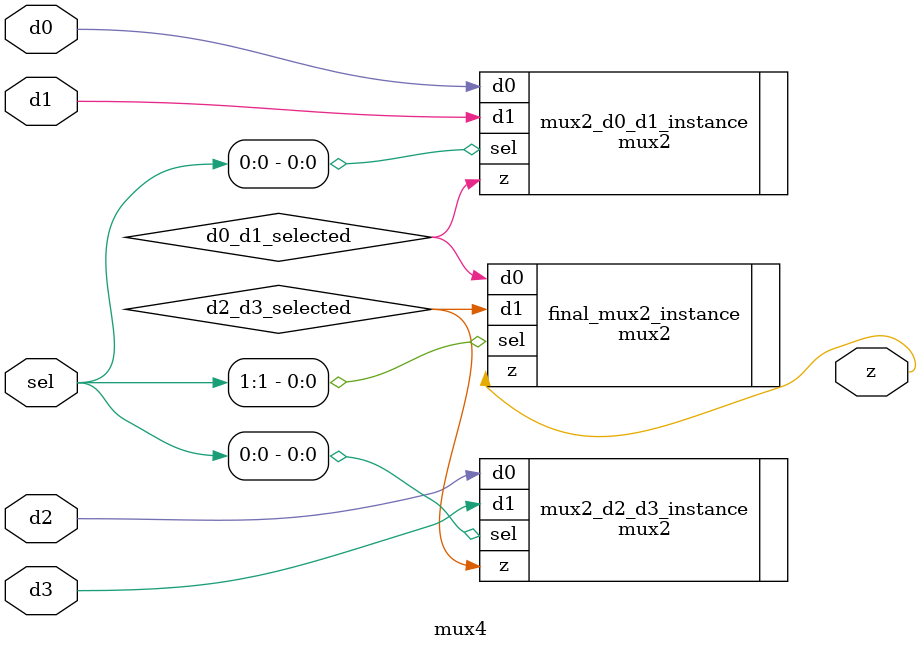
<source format=sv>
module mux4 (
    input logic d0,          // Data input 0
    input logic d1,          // Data input 1
    input logic d2,          // Data input 2
    input logic d3,          // Data input 3
    input logic [1:0] sel,   // Select input
    output logic z           // Output
);

parameter nand_tpd = 1;

logic d0_d1_selected;
logic d2_d3_selected;

mux2 #(
	.nand_tpd(nand_tpd)
) mux2_d0_d1_instance (
	.d0(d0),
	.d1(d1),
	.sel(sel[0]),
	.z(d0_d1_selected)
);

mux2 #(
	.nand_tpd(nand_tpd)
) mux2_d2_d3_instance (
	.d0(d2),
	.d1(d3),
	.sel(sel[0]),
	.z(d2_d3_selected)
);

mux2 #(
	.nand_tpd(nand_tpd)
) final_mux2_instance (
	.d0(d0_d1_selected),
	.d1(d2_d3_selected),
	.sel(sel[1]),
	.z(z)
);

endmodule

</source>
